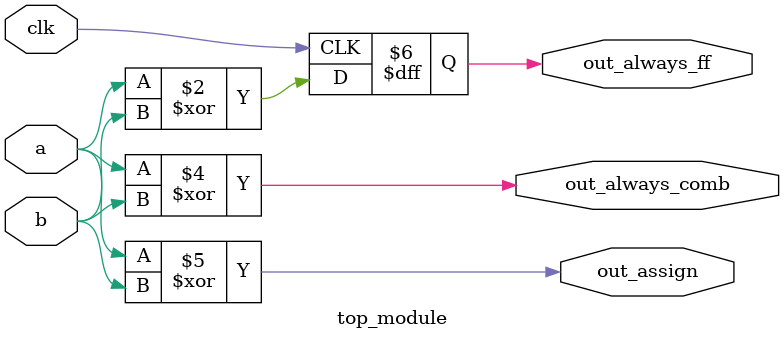
<source format=v>
module top_module(
    input clk,
    input a,
    input b,
    output wire out_assign,
    output reg out_always_comb,
    output reg out_always_ff   );
    
    always@(posedge clk)
        out_always_ff <= a ^ b;
    
    always@(*)
        out_always_comb = a ^ b;
    
    assign out_assign = a ^ b;
	
endmodule

</source>
